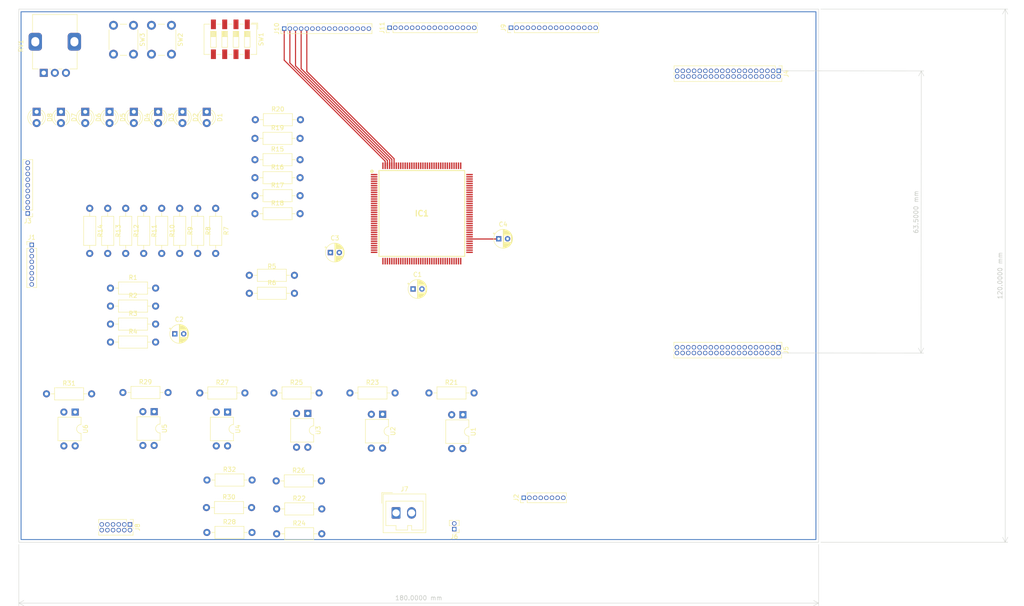
<source format=kicad_pcb>
(kicad_pcb (version 20221018) (generator pcbnew)
  (layers (0 "F.Cu" signal) (31 "B.Cu" signal) (34 "B.Paste" user) (35 "F.Paste" user) (36 "B.SilkS" user "B.Silkscreen") (37 "F.SilkS" user "F.Silkscreen") (38 "B.Mask" user) (39 "F.Mask" user) (44 "Edge.Cuts" user))
  (net 0 "")
  (net 1 "3V3")
  (net 2 "GND")
  (net 3 "Net-(D1-K)")
  (net 4 "LED0")
  (net 5 "Net-(D2-K)")
  (net 6 "LED1")
  (net 7 "Net-(D3-K)")
  (net 8 "LED2")
  (net 9 "Net-(D4-K)")
  (net 10 "LED3")
  (net 11 "Net-(D5-K)")
  (net 12 "LED4")
  (net 13 "Net-(D6-K)")
  (net 14 "LED5")
  (net 15 "Net-(D7-K)")
  (net 16 "LED6")
  (net 17 "Net-(D8-K)")
  (net 18 "LED7")
  (net 19 "TDO")
  (net 20 "TDI")
  (net 21 "TCK")
  (net 22 "TMS")
  (net 29 "DTRn")
  (net 30 "DCDn")
  (net 31 "DSRn")
  (net 32 "CTSn")
  (net 33 "RTSn")
  (net 34 "Tx")
  (net 35 "Rx")
  (net 40 "PA11")
  (net 41 "PA10")
  (net 42 "PA8")
  (net 43 "PA9")
  (net 44 "PC11")
  (net 45 "PC10")
  (net 46 "PC9")
  (net 47 "PC8")
  (net 48 "PC7")
  (net 49 "PC6")
  (net 50 "PC5")
  (net 51 "PC4")
  (net 52 "PC3")
  (net 53 "PC2")
  (net 54 "PC1")
  (net 55 "PC0")
  (net 56 "PB15")
  (net 57 "PB14")
  (net 58 "PB13")
  (net 59 "PB12")
  (net 60 "PB2")
  (net 61 "PB1")
  (net 62 "PB0")
  (net 63 "ADC_ALERT")
  (net 65 "ADC_SDA")
  (net 66 "ADC_SCL")
  (net 67 "OPTO6")
  (net 68 "OPTO5")
  (net 69 "OPTO4")
  (net 70 "OPTO3")
  (net 71 "OPTO2")
  (net 72 "OPTO1")
  (net 73 "KEY1")
  (net 74 "KEY0")
  (net 77 "SW3")
  (net 78 "SW2")
  (net 79 "SW1")
  (net 80 "SW0")
  (net 84 "Net-(J3-Pin_5)")
  (net 85 "A0")
  (net 86 "A1")
  (net 87 "A2")
  (net 88 "A3")
  (net 140 "Ext_VCC")
  (net 141 "Ext_GND")
  (net 142 "OUT1")
  (net 143 "OUT2")
  (net 144 "OUT3")
  (net 145 "OUT4")
  (net 146 "OUT5")
  (net 147 "OUT6")
  (net 148 "Net-(R21-Pad1)")
  (net 149 "Net-(R23-Pad1)")
  (net 150 "Net-(R25-Pad1)")
  (net 151 "Net-(R27-Pad1)")
  (net 152 "Net-(R29-Pad1)")
  (net 153 "Net-(R31-Pad1)")
  (net 154 "Net-(IC1-PT9A)")
  (net 155 "Net-(IC1-PT9B)")
  (net 156 "Net-(IC1-PT9C)")
  (net 157 "Net-(IC1-PT9D)")
  (net 158 "Net-(IC1-PT10A)")
  (net 159 "Net-(IC1-PT10B)")
  (net 160 "Net-(IC1-PT11A)")
  (net 161 "Net-(IC1-PT11B)")
  (net 162 "Net-(IC1-PT12A)")
  (net 163 "Net-(IC1-PT12B)")
  (net 164 "Net-(IC1-PT12C)")
  (net 165 "Net-(IC1-PT12D)")
  (net 166 "Net-(IC1-PT15A)")
  (net 167 "Net-(IC1-PT15B)")
  (net 168 "Net-(IC1-PT15C)")
  (net 169 "Net-(IC1-PT15D)")
  (net 170 "Net-(IC1-PT16B)")
  (net 171 "Net-(IC1-PT16C)")
  (net 172 "Net-(IC1-PT16D)")
  (net 173 "Net-(IC1-PT17A)")
  (net 174 "Net-(IC1-PT17B)")
  (net 175 "Net-(IC1-PT17C)")
  (net 176 "Net-(IC1-PT17D)")
  (net 177 "J11_8")
  (net 178 "J11_9")
  (net 179 "J11_10")
  (net 180 "J11_11")
  (net 181 "Net-(IC1-PR3A)")
  (net 182 "Net-(IC1-PR3B)")
  (net 183 "Net-(IC1-PR4A)")
  (net 184 "Net-(IC1-PR4B)")
  (net 185 "Net-(IC1-PR4C)")
  (net 186 "Net-(IC1-PR4D)")
  (net 187 "Net-(IC1-PR5A)")
  (net 188 "Net-(IC1-PR5B)")
  (net 189 "Net-(IC1-PR5C)")
  (net 190 "Net-(IC1-PR5D)")
  (net 191 "Net-(IC1-PR8A)")
  (net 192 "Net-(IC1-PR8B)")
  (net 193 "Net-(IC1-PR8C)")
  (net 194 "Net-(IC1-PR8D)")
  (net 195 "J11_16")
  (net 196 "J11_15")
  (net 197 "J11_14")
  (net 198 "J11_13")
  (net 199 "J11_12")
  (footprint "Resistor_THT:R_Axial_DIN0207_L6.3mm_D2.5mm_P10.16mm_Horizontal" (layer "F.Cu") (at 98.02 142.5)
    (fp_text reference "R22")
    (fp_text value "4k7")
  )
  (footprint "Resistor_THT:R_Axial_DIN0207_L6.3mm_D2.5mm_P10.16mm_Horizontal" (layer "F.Cu") (at 91.87 93.97)
    (fp_text reference "R6")
    (fp_text value "0ohm")
  )
  (footprint "Resistor_THT:R_Axial_DIN0207_L6.3mm_D2.5mm_P10.16mm_Horizontal" (layer "F.Cu") (at 93.14 67.95)
    (fp_text reference "R16")
    (fp_text value "4k7")
  )
  (footprint "Resistor_THT:R_Axial_DIN0207_L6.3mm_D2.5mm_P10.16mm_Horizontal" (layer "F.Cu") (at 82.22 142.2)
    (fp_text reference "R30")
    (fp_text value "4k7")
  )
  (footprint "Button_Switch_THT:SW_PUSH_6mm_H4.3mm" (layer "F.Cu") (at 65.8 33.65 -90)
    (fp_text reference "SW3")
    (fp_text value "SW_Push")
  )
  (footprint "Connector_PinHeader_1.27mm:PinHeader_2x19_P1.27mm_Vertical" (layer "F.Cu") (at 211.03 43.9 -90)
    (fp_text reference "J4")
    (fp_text value "Conn_02x19_Odd_Even")
  )
  (footprint "LED_THT:LED_D3.0mm" (layer "F.Cu") (at 54.939596 53.12 -90)
    (fp_text reference "D6")
    (fp_text value "LED")
  )
  (footprint "Resistor_THT:R_Axial_DIN0207_L6.3mm_D2.5mm_P10.16mm_Horizontal" (layer "F.Cu") (at 60.62 92.8)
    (fp_text reference "R1")
    (fp_text value "4k7")
  )
  (footprint "Connector_PinHeader_1.27mm:PinHeader_1x02_P1.27mm_Vertical" (layer "F.Cu") (at 138 147.05 180)
    (fp_text reference "J6")
    (fp_text value "Conn_01x02")
  )
  (footprint "Capacitor_THT:CP_Radial_D4.0mm_P2.00mm" (layer "F.Cu") (at 148 81.7)
    (fp_text reference "C4")
    (fp_text value "0.1uF")
  )
  (footprint "Resistor_THT:R_Axial_DIN0207_L6.3mm_D2.5mm_P10.16mm_Horizontal" (layer "F.Cu") (at 60.62 96.85)
    (fp_text reference "R2")
    (fp_text value "4k7")
  )
  (footprint "Resistor_THT:R_Axial_DIN0207_L6.3mm_D2.5mm_P10.16mm_Horizontal" (layer "F.Cu") (at 114.52 116.4)
    (fp_text reference "R23")
    (fp_text value "330R")
  )
  (footprint "Button_Switch_SMD:SW_DIP_SPSTx04_Slide_6.7x11.72mm_W6.73mm_P2.54mm_LowProfile_JPin" (layer "F.Cu") (at 87.6 36.8 -90)
    (fp_text reference "SW1")
    (fp_text value "SW_DIP_x04")
  )
  (footprint "Resistor_THT:R_Axial_DIN0207_L6.3mm_D2.5mm_P10.16mm_Horizontal" (layer "F.Cu") (at 132.3 116.4)
    (fp_text reference "R21")
    (fp_text value "330R")
  )
  (footprint "Package_DIP:DIP-4_W7.62mm" (layer "F.Cu") (at 121.875 121.2 -90)
    (fp_text reference "U2")
    (fp_text value "PC817")
  )
  (footprint "LCMXo2_prg:QFP50P2200X2200X160-144N" (layer "F.Cu") (at 130.7 76)
    (fp_text reference "IC1")
    (fp_text value "LCMXO2-1200ZE-1TG144C" hide)
  )
  (footprint "Package_DIP:DIP-4_W7.62mm" (layer "F.Cu") (at 52.675 120.7 -90)
    (fp_text reference "U6")
    (fp_text value "PC817")
  )
  (footprint "Resistor_THT:R_Axial_DIN0207_L6.3mm_D2.5mm_P10.16mm_Horizontal" (layer "F.Cu") (at 72.15 74.84 -90)
    (fp_text reference "R10")
    (fp_text value "220R")
  )
  (footprint "Connector_PinHeader_1.27mm:PinHeader_1x16_P1.27mm_Vertical" (layer "F.Cu") (at 150.77 34.2 90)
    (fp_text reference "J9")
    (fp_text value "Conn_01x16_Pin")
  )
  (footprint "Resistor_THT:R_Axial_DIN0207_L6.3mm_D2.5mm_P10.16mm_Horizontal" (layer "F.Cu") (at 80.72 116.4)
    (fp_text reference "R27")
    (fp_text value "330R")
  )
  (footprint "Resistor_THT:R_Axial_DIN0207_L6.3mm_D2.5mm_P10.16mm_Horizontal" (layer "F.Cu") (at 60 74.84 -90)
    (fp_text reference "R13")
    (fp_text value "220R")
  )
  (footprint "LED_THT:LED_D3.0mm" (layer "F.Cu") (at 49.469798 53.12 -90)
    (fp_text reference "D7")
    (fp_text value "LED")
  )
  (footprint "Resistor_THT:R_Axial_DIN0207_L6.3mm_D2.5mm_P10.16mm_Horizontal" (layer "F.Cu") (at 80.25 74.84 -90)
    (fp_text reference "R8")
    (fp_text value "220R")
  )
  (footprint "LED_THT:LED_D3.0mm" (layer "F.Cu") (at 44 53.12 -90)
    (fp_text reference "D8")
    (fp_text value "LED")
  )
  (footprint "Package_DIP:DIP-4_W7.62mm" (layer "F.Cu") (at 70.455 120.6 -90)
    (fp_text reference "U5")
    (fp_text value "PC817")
  )
  (footprint "Connector_PinHeader_1.27mm:PinHeader_1x16_P1.27mm_Vertical" (layer "F.Cu") (at 99.73 34.4 90)
    (fp_text reference "J10")
    (fp_text value "Conn_01x16_Pin")
  )
  (footprint "LED_THT:LED_D3.0mm" (layer "F.Cu") (at 65.879192 53.12 -90)
    (fp_text reference "D4")
    (fp_text value "LED")
  )
  (footprint "Resistor_THT:R_Axial_DIN0207_L6.3mm_D2.5mm_P10.16mm_Horizontal" (layer "F.Cu") (at 97.42 116.4)
    (fp_text reference "R25")
    (fp_text value "330R")
  )
  (footprint "Resistor_THT:R_Axial_DIN0207_L6.3mm_D2.5mm_P10.16mm_Horizontal" (layer "F.Cu") (at 64.05 74.84 -90)
    (fp_text reference "R12")
    (fp_text value "220R")
  )
  (footprint "Resistor_THT:R_Axial_DIN0207_L6.3mm_D2.5mm_P10.16mm_Horizontal" (layer "F.Cu") (at 93.14 63.9)
    (fp_text reference "R15")
    (fp_text value "4k7")
  )
  (footprint "Resistor_THT:R_Axial_DIN0207_L6.3mm_D2.5mm_P10.16mm_Horizontal" (layer "F.Cu") (at 82.32 147.8)
    (fp_text reference "R28")
    (fp_text value "4k7")
  )
  (footprint "Resistor_THT:R_Axial_DIN0207_L6.3mm_D2.5mm_P10.16mm_Horizontal" (layer "F.Cu") (at 93.14 59.1)
    (fp_text reference "R19")
    (fp_text value "4k7")
  )
  (footprint "Potentiometer_THT:Potentiometer_Alps_RK09K_Single_Vertical" (layer "F.Cu") (at 45.6 44.35 90)
    (fp_text reference "RV1")
    (fp_text value "R_Potentiometer")
  )
  (footprint "Package_DIP:DIP-4_W7.62mm" (layer "F.Cu") (at 105.04 121 -90)
    (fp_text reference "U3")
    (fp_text value "PC817")
  )
  (footprint "Resistor_THT:R_Axial_DIN0207_L6.3mm_D2.5mm_P10.16mm_Horizontal" (layer "F.Cu") (at 63.42 116.3)
    (fp_text reference "R29")
    (fp_text value "330R")
  )
  (footprint "LED_THT:LED_D3.0mm" (layer "F.Cu") (at 60.409394 53.12 -90)
    (fp_text reference "D5")
    (fp_text value "LED")
  )
  (footprint "Capacitor_THT:CP_Radial_D4.0mm_P2.00mm" (layer "F.Cu") (at 75.1 103.1)
    (fp_text reference "C2")
    (fp_text value "0.1uF")
  )
  (footprint "Capacitor_THT:CP_Radial_D4.0mm_P2.00mm" (layer "F.Cu") (at 128.727401 93)
    (fp_text reference "C1")
    (fp_text value "0.1uF")
  )
  (footprint "Resistor_THT:R_Axial_DIN0207_L6.3mm_D2.5mm_P10.16mm_Horizontal" (layer "F.Cu") (at 60.62 100.9)
    (fp_text reference "R3")
    (fp_text value "4k7")
  )
  (footprint "Button_Switch_THT:SW_PUSH_6mm_H4.3mm" (layer "F.Cu") (at 74.35 33.65 -90)
    (fp_text reference "SW2")
    (fp_text value "SW_Push")
  )
  (footprint "Resistor_THT:R_Axial_DIN0207_L6.3mm_D2.5mm_P10.16mm_Horizontal" (layer "F.Cu") (at 68.1 74.84 -90)
    (fp_text reference "R11")
    (fp_text value "220R")
  )
  (footprint "Connector_PinHeader_1.27mm:PinHeader_1x16_P1.27mm_Vertical" (layer "F.Cu") (at 123.45 34.2 90)
    (fp_text reference "J11")
    (fp_text value "Conn_01x16_Pin")
  )
  (footprint "Connector_Wago:Wago_734-132_1x02_P3.50mm_Vertical" (layer "F.Cu") (at 124.9 143.4)
    (fp_text reference "J7")
    (fp_text value "Conn_01x02")
  )
  (footprint "Resistor_THT:R_Axial_DIN0207_L6.3mm_D2.5mm_P10.16mm_Horizontal" (layer "F.Cu") (at 84.3 74.84 -90)
    (fp_text reference "R7")
    (fp_text value "220R")
  )
  (footprint "Resistor_THT:R_Axial_DIN0207_L6.3mm_D2.5mm_P10.16mm_Horizontal" (layer "F.Cu") (at 91.87 89.92)
    (fp_text reference "R5")
    (fp_text value "0ohm")
  )
  (footprint "Connector_PinHeader_1.27mm:PinHeader_1x08_P1.27mm_Vertical" (layer "F.Cu") (at 153.65 140 90)
    (fp_text reference "J2")
    (fp_text value "Conn_01x08_Pin")
  )
  (footprint "Resistor_THT:R_Axial_DIN0207_L6.3mm_D2.5mm_P10.16mm_Horizontal" (layer "F.Cu") (at 76.2 74.84 -90)
    (fp_text reference "R9")
    (fp_text value "220R")
  )
  (footprint "LED_THT:LED_D3.0mm" (layer "F.Cu") (at 82.288586 53.12 -90)
    (fp_text reference "D1")
    (fp_text value "LED")
  )
  (footprint "Resistor_THT:R_Axial_DIN0207_L6.3mm_D2.5mm_P10.16mm_Horizontal" (layer "F.Cu") (at 93.14 72)
    (fp_text reference "R17")
    (fp_text value "4k7")
  )
  (footprint "Resistor_THT:R_Axial_DIN0207_L6.3mm_D2.5mm_P10.16mm_Horizontal" (layer "F.Cu") (at 93.14 76.05)
    (fp_text reference "R18")
    (fp_text value "4k7")
  )
  (footprint "Resistor_THT:R_Axial_DIN0207_L6.3mm_D2.5mm_P10.16mm_Horizontal" (layer "F.Cu") (at 97.92 136.2)
    (fp_text reference "R26")
    (fp_text value "4k7")
  )
  (footprint "Connector_PinHeader_1.27mm:PinHeader_1x10_P1.27mm_Vertical" (layer "F.Cu") (at 42 76 180)
    (fp_text reference "J3")
    (fp_text value "Conn_01x10_Pin")
  )
  (footprint "Connector_PinHeader_1.27mm:PinHeader_2x19_P1.27mm_Vertical" (layer "F.Cu") (at 210.99 106.13 -90)
    (fp_text reference "J5")
    (fp_text value "Conn_02x19_Odd_Even")
  )
  (footprint "Resistor_THT:R_Axial_DIN0207_L6.3mm_D2.5mm_P10.16mm_Horizontal" (layer "F.Cu") (at 98.02 148.1)
    (fp_text reference "R24")
    (fp_text value "4k7")
  )
  (footprint "Resistor_THT:R_Axial_DIN0207_L6.3mm_D2.5mm_P10.16mm_Horizontal" (layer "F.Cu") (at 55.95 74.84 -90)
    (fp_text reference "R14")
    (fp_text value "220R")
  )
  (footprint "Resistor_THT:R_Axial_DIN0207_L6.3mm_D2.5mm_P10.16mm_Horizontal" (layer "F.Cu") (at 82.34 136)
    (fp_text reference "R32")
    (fp_text value "4k7")
  )
  (footprint "Resistor_THT:R_Axial_DIN0207_L6.3mm_D2.5mm_P10.16mm_Horizontal" (layer "F.Cu") (at 60.62 104.95)
    (fp_text reference "R4")
    (fp_text value "4k7")
  )
  (footprint "Connector_PinHeader_1.27mm:PinHeader_1x08_P1.27mm_Vertical" (layer "F.Cu") (at 42.9 83.08)
    (fp_text reference "J1")
    (fp_text value "Conn_01x08_Pin")
  )
  (footprint "Capacitor_THT:CP_Radial_D4.0mm_P2.00mm" (layer "F.Cu") (at 110.127401 84.8)
    (fp_text reference "C3")
    (fp_text value "0.1uF")
  )
  (footprint "LED_THT:LED_D3.0mm" (layer "F.Cu") (at 71.34899 53.12 -90)
    (fp_text reference "D3")
    (fp_text value "LED")
  )
  (footprint "LED_THT:LED_D3.0mm" (layer "F.Cu") (at 76.818788 53.12 -90)
    (fp_text reference "D2")
    (fp_text value "LED")
  )
  (footprint "Package_DIP:DIP-4_W7.62mm" (layer "F.Cu") (at 139.955 121.3 -90)
    (fp_text reference "U1")
    (fp_text value "PC817")
  )
  (footprint "Connector_PinHeader_1.27mm:PinHeader_2x06_P1.27mm_Vertical" (layer "F.Cu") (at 65.01 146 -90)
    (fp_text reference "J8")
    (fp_text value "Conn_02x06_Odd_Even")
  )
  (footprint "Resistor_THT:R_Axial_DIN0207_L6.3mm_D2.5mm_P10.16mm_Horizontal" (layer "F.Cu") (at 46.22 116.6)
    (fp_text reference "R31")
    (fp_text value "330R")
  )
  (footprint "Package_DIP:DIP-4_W7.62mm" (layer "F.Cu") (at 86.975 120.7 -90)
    (fp_text reference "U4")
    (fp_text value "PC817")
  )
  (footprint "Resistor_THT:R_Axial_DIN0207_L6.3mm_D2.5mm_P10.16mm_Horizontal" (layer "F.Cu") (at 93.22 54.9)
    (fp_text reference "R20")
    (fp_text value "4k7")
  )
  (gr_rect (start 40.5 30.6) (end 219.4 149.4) (stroke (width 0.2)) (fill none) (layer "B.Cu"))
  (gr_rect (start 40 30) (end 220 150) (stroke (width 0.1)) (fill none) (layer "Edge.Cuts"))
  (dimension (type aligned) (layer "Edge.Cuts") (pts (xy 40 150) (xy 220 150)) (height 13.699999) (gr_text "180,0000 mm" (at 130 162.549999) (layer "Edge.Cuts") (effects (font (size 1 1) (thickness 0.15)))) (format (prefix "") (suffix "") (units 3) (units_format 1) (precision 4)) (style (thickness 0.1) (arrow_length 1.27) (text_position_mode 0) (extension_height 0.58642) (extension_offset 0.5) keep_text_aligned))
  (dimension (type aligned) (layer "Edge.Cuts") (pts (xy 220 30) (xy 220 150)) (height -42) (gr_text "120,0000 mm" (at 260.85 90 90) (layer "Edge.Cuts") (effects (font (size 1 1) (thickness 0.15)))) (format (prefix "") (suffix "") (units 3) (units_format 1) (precision 4)) (style (thickness 0.1) (arrow_length 1.27) (text_position_mode 0) (extension_height 0.58642) (extension_offset 0.5) keep_text_aligned))
  (dimension (type aligned) (layer "Edge.Cuts") (pts (xy 210.98 107.4) (xy 211.03 43.9)) (height 32.078423) (gr_text "63,5000 mm" (at 241.933413 75.674353 89.95488522) (layer "Edge.Cuts") (effects (font (size 1 1) (thickness 0.15)))) (format (prefix "") (suffix "") (units 3) (units_format 1) (precision 4)) (style (thickness 0.1) (arrow_length 1.27) (text_position_mode 0) (extension_height 0.58642) (extension_offset 0.5) keep_text_aligned))
  (segment (start 147.95 81.75) (end 148 81.7) (width 0.25) (layer "F.Cu") (net 1))
  (segment (start 141.438 81.75) (end 147.95 81.75) (width 0.25) (layer "F.Cu") (net 1))
  (segment (start 122.45 65.262) (end 122.45 64.2245) (width 0.25) (layer "F.Cu") (net 154))
  (segment (start 99.73 41.5045) (end 99.73 34.4) (width 0.25) (layer "F.Cu") (net 154))
  (segment (start 122.45 64.2245) (end 99.73 41.5045) (width 0.25) (layer "F.Cu") (net 154))
  (segment (start 122.95 64.088104) (end 101 42.138104) (width 0.25) (layer "F.Cu") (net 155))
  (segment (start 101 42.138104) (end 101 34.4) (width 0.25) (layer "F.Cu") (net 155))
  (segment (start 122.95 65.262) (end 122.95 64.088104) (width 0.25) (layer "F.Cu") (net 155))
  (segment (start 102.27 42.771708) (end 102.27 34.4) (width 0.25) (layer "F.Cu") (net 156))
  (segment (start 123.45 63.951708) (end 102.27 42.771708) (width 0.25) (layer "F.Cu") (net 156))
  (segment (start 123.45 65.262) (end 123.45 63.951708) (width 0.25) (layer "F.Cu") (net 156))
  (segment (start 123.95 65.262) (end 123.95 63.815312) (width 0.25) (layer "F.Cu") (net 157))
  (segment (start 123.95 63.815312) (end 103.54 43.405312) (width 0.25) (layer "F.Cu") (net 157))
  (segment (start 103.54 43.405312) (end 103.54 34.4) (width 0.25) (layer "F.Cu") (net 157))
  (segment (start 124.45 65.262) (end 124.45 63.678916) (width 0.25) (layer "F.Cu") (net 158))
  (segment (start 124.45 63.678916) (end 104.81 44.038916) (width 0.25) (layer "F.Cu") (net 158))
  (segment (start 104.81 44.038916) (end 104.81 34.4) (width 0.25) (layer "F.Cu") (net 158))
)
</source>
